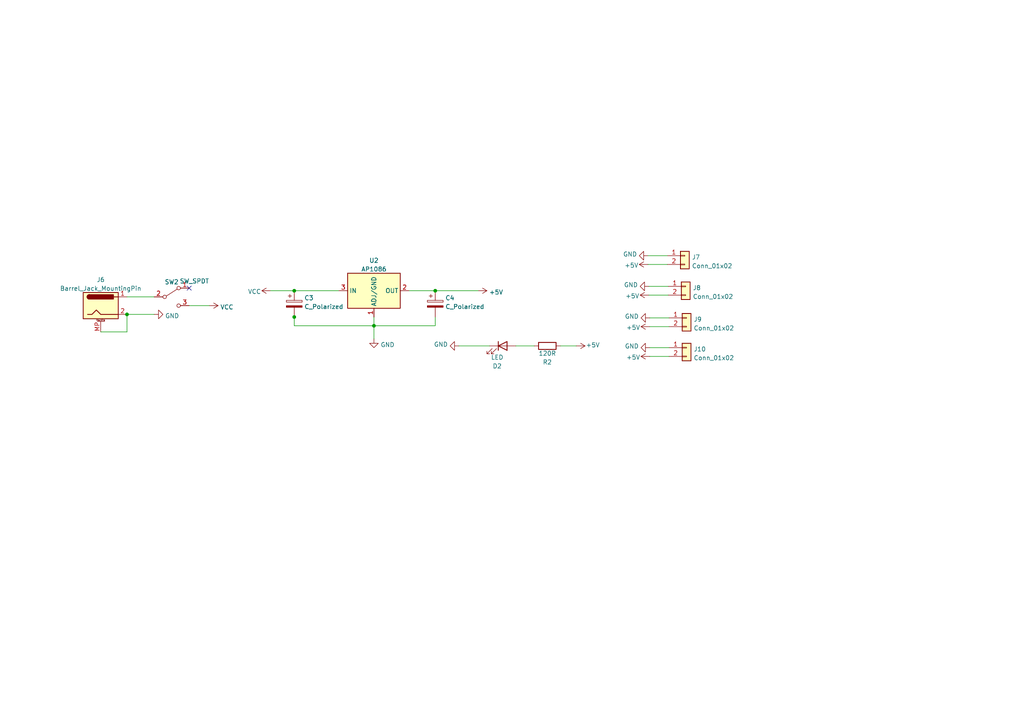
<source format=kicad_sch>
(kicad_sch (version 20211123) (generator eeschema)
  (paper "A4")
  (lib_symbols
    (symbol "Connector:Barrel_Jack_MountingPin" (pin_names hide)
      (property "Reference" "J" (at 0 5.334 0))
      (property "Value" "Barrel_Jack_MountingPin" (at 1.27 -6.35 0))
      (symbol "Barrel_Jack_MountingPin_0_1"
        (rectangle (start -5.08 3.81) (end 5.08 -3.81) (stroke (width 0.254)) (fill (type background)))
        (arc (start -3.302 3.175) (mid -3.937 2.54) (end -3.302 1.905) (stroke (width 0.254)))
        (arc (start -3.302 3.175) (mid -3.937 2.54) (end -3.302 1.905) (stroke (width 0.254)) (fill (type outline)))
        (polyline (pts (xy 5.08 2.54) (xy 3.81 2.54)) (stroke (width 0.254)))
        (polyline (pts (xy -3.81 -2.54) (xy -2.54 -2.54) (xy -1.27 -1.27) (xy 0 -2.54) (xy 2.54 -2.54) (xy 5.08 -2.54)) (stroke (width 0.254)))
        (rectangle (start 3.683 3.175) (end -3.302 1.905) (stroke (width 0.254)) (fill (type outline)))
      )
      (symbol "Barrel_Jack_MountingPin_1_1"
        (polyline (pts (xy -1.016 -4.572) (xy 1.016 -4.572)) (stroke (width 0.1524)))
        (text "Mounting" (at 0 -4.191 0) (effects (font (size 0.381 0.381))))
        (pin passive line (at 7.62 2.54 180) (length 2.54) (name "~") (number "1"))
        (pin passive line (at 7.62 -2.54 180) (length 2.54) (name "~") (number "2"))
        (pin passive line (at 0 -7.62 90) (length 3.048) (name "MountPin") (number "MP"))
      )
    )
    (symbol "Connector_Generic:Conn_01x02" (pin_names (offset 1.016) hide)
      (property "Reference" "J" (at 0 2.54 0))
      (property "Value" "Conn_01x02" (at 0 -5.08 0))
      (symbol "Conn_01x02_1_1"
        (rectangle (start -1.27 -2.413) (end 0 -2.667) (stroke (width 0.1524)))
        (rectangle (start -1.27 0.127) (end 0 -0.127) (stroke (width 0.1524)))
        (rectangle (start -1.27 1.27) (end 1.27 -3.81) (stroke (width 0.254)) (fill (type background)))
        (pin passive line (at -5.08 0 0) (length 3.81) (name "Pin_1") (number "1"))
        (pin passive line (at -5.08 -2.54 0) (length 3.81) (name "Pin_2") (number "2"))
      )
    )
    (symbol "Device:C_Polarized" (pin_numbers hide) (pin_names (offset 0.254))
      (property "Reference" "C" (at 0.635 2.54 0))
      (property "Value" "C_Polarized" (at 0.635 -2.54 0))
      (symbol "C_Polarized_0_1"
        (rectangle (start -2.286 0.508) (end 2.286 1.016))
        (polyline (pts (xy -1.778 2.286) (xy -0.762 2.286)))
        (polyline (pts (xy -1.27 2.794) (xy -1.27 1.778)))
        (rectangle (start 2.286 -0.508) (end -2.286 -1.016) (fill (type outline)))
      )
      (symbol "C_Polarized_1_1"
        (pin passive line (at 0 3.81 270) (length 2.794) (name "~") (number "1"))
        (pin passive line (at 0 -3.81 90) (length 2.794) (name "~") (number "2"))
      )
    )
    (symbol "Device:LED" (pin_numbers hide) (pin_names (offset 1.016) hide)
      (property "Reference" "D" (at 0 2.54 0))
      (property "Value" "LED" (at 0 -2.54 0))
      (symbol "LED_0_1"
        (polyline (pts (xy -1.27 -1.27) (xy -1.27 1.27)) (stroke (width 0.254)))
        (polyline (pts (xy -1.27 0) (xy 1.27 0)))
        (polyline (pts (xy 1.27 -1.27) (xy 1.27 1.27) (xy -1.27 0) (xy 1.27 -1.27)) (stroke (width 0.254)))
        (polyline (pts (xy -3.048 -0.762) (xy -4.572 -2.286) (xy -3.81 -2.286) (xy -4.572 -2.286) (xy -4.572 -1.524)))
        (polyline (pts (xy -1.778 -0.762) (xy -3.302 -2.286) (xy -2.54 -2.286) (xy -3.302 -2.286) (xy -3.302 -1.524)))
      )
      (symbol "LED_1_1"
        (pin passive line (at -3.81 0 0) (length 2.54) (name "K") (number "1"))
        (pin passive line (at 3.81 0 180) (length 2.54) (name "A") (number "2"))
      )
    )
    (symbol "Device:R" (pin_numbers hide) (pin_names (offset 0))
      (property "Reference" "R" (at 2.032 0 90))
      (property "Value" "R" (at 0 0 90))
      (symbol "R_0_1"
        (rectangle (start -1.016 -2.54) (end 1.016 2.54) (stroke (width 0.254)))
      )
      (symbol "R_1_1"
        (pin passive line (at 0 3.81 270) (length 1.27) (name "~") (number "1"))
        (pin passive line (at 0 -3.81 90) (length 1.27) (name "~") (number "2"))
      )
    )
    (symbol "Kitecraft_Voltage_Regulators:AP1086"
      (property "Reference" "U" (at 0 10.16 0))
      (property "Value" "AP1086" (at 0 7.62 0))
      (symbol "AP1086_1_1"
        (rectangle (start -7.62 -5.08) (end 7.62 5.08) (stroke (width 0.254)) (fill (type background)))
        (pin input line (at 0 -7.62 90) (length 2.54) (name "ADJ/GND") (number "1"))
        (pin power_out line (at 10.16 0 180) (length 2.54) (name "OUT") (number "2"))
        (pin power_in line (at -10.16 0 0) (length 2.54) (name "IN") (number "3"))
      )
    )
    (symbol "Switch:SW_SPDT" (pin_names (offset 0) hide)
      (property "Reference" "SW" (at 0 4.318 0))
      (property "Value" "SW_SPDT" (at 0 -5.08 0))
      (symbol "SW_SPDT_0_0"
        (circle (center -2.032 0) (radius 0.508))
        (circle (center 2.032 -2.54) (radius 0.508))
      )
      (symbol "SW_SPDT_0_1"
        (polyline (pts (xy -1.524 0.254) (xy 1.651 2.286)))
        (circle (center 2.032 2.54) (radius 0.508))
      )
      (symbol "SW_SPDT_1_1"
        (pin passive line (at 5.08 2.54 180) (length 2.54) (name "A") (number "1"))
        (pin passive line (at -5.08 0 0) (length 2.54) (name "B") (number "2"))
        (pin passive line (at 5.08 -2.54 180) (length 2.54) (name "C") (number "3"))
      )
    )
    (symbol "power:+5V" (power) (pin_names (offset 0))
      (property "Value" "+5V" (at 0 3.556 0))
      (symbol "+5V_0_1"
        (polyline (pts (xy -0.762 1.27) (xy 0 2.54)))
        (polyline (pts (xy 0 0) (xy 0 2.54)))
        (polyline (pts (xy 0 2.54) (xy 0.762 1.27)))
      )
      (symbol "+5V_1_1"
        (pin power_in line (at 0 0 90) (length 0) hide (name "+5V") (number "1"))
      )
    )
    (symbol "power:GND" (power) (pin_names (offset 0))
      (property "Value" "GND" (at 0 -3.81 0))
      (symbol "GND_0_1"
        (polyline (pts (xy 0 0) (xy 0 -1.27) (xy 1.27 -1.27) (xy 0 -2.54) (xy -1.27 -1.27) (xy 0 -1.27)))
      )
      (symbol "GND_1_1"
        (pin power_in line (at 0 0 270) (length 0) hide (name "GND") (number "1"))
      )
    )
    (symbol "power:VCC" (power) (pin_names (offset 0))
      (property "Value" "VCC" (at 0 3.81 0))
      (symbol "VCC_0_1"
        (polyline (pts (xy -0.762 1.27) (xy 0 2.54)))
        (polyline (pts (xy 0 0) (xy 0 2.54)))
        (polyline (pts (xy 0 2.54) (xy 0.762 1.27)))
      )
      (symbol "VCC_1_1"
        (pin power_in line (at 0 0 90) (length 0) hide (name "VCC") (number "1"))
      )
    )
  )
  (junction (at 108.458 94.488))
  (junction (at 36.83 91.186))
  (junction (at 85.344 91.948))
  (junction (at 126.238 84.328))
  (junction (at 85.344 84.328))
  (no_connect (at 54.864 83.566))
  (wire (pts (xy 118.618 84.328) (xy 126.238 84.328)))
  (wire (pts (xy 36.83 91.186) (xy 44.704 91.186)))
  (wire (pts (xy 29.21 96.266) (xy 36.83 96.266)))
  (wire (pts (xy 126.238 94.488) (xy 108.458 94.488)))
  (wire (pts (xy 141.986 100.33) (xy 133.096 100.33)))
  (wire (pts (xy 85.344 84.328) (xy 98.298 84.328)))
  (wire (pts (xy 187.96 76.708) (xy 193.548 76.708)))
  (wire (pts (xy 36.83 96.266) (xy 36.83 91.186)))
  (wire (pts (xy 167.132 100.33) (xy 162.56 100.33)))
  (wire (pts (xy 85.344 91.948) (xy 85.344 94.488)))
  (wire (pts (xy 54.864 88.646) (xy 60.706 88.646)))
  (wire (pts (xy 108.458 91.948) (xy 108.458 94.488)))
  (wire (pts (xy 85.344 91.694) (xy 85.344 91.948)))
  (wire (pts (xy 126.238 84.328) (xy 138.684 84.328)))
  (wire (pts (xy 188.214 85.598) (xy 193.802 85.598)))
  (wire (pts (xy 188.468 100.838) (xy 194.056 100.838)))
  (wire (pts (xy 188.468 94.742) (xy 194.056 94.742)))
  (wire (pts (xy 188.214 83.058) (xy 193.802 83.058)))
  (wire (pts (xy 108.458 94.488) (xy 108.458 98.298)))
  (wire (pts (xy 187.96 74.168) (xy 193.548 74.168)))
  (wire (pts (xy 188.468 103.378) (xy 194.056 103.378)))
  (wire (pts (xy 78.486 84.328) (xy 85.344 84.328)))
  (wire (pts (xy 126.238 91.948) (xy 126.238 94.488)))
  (wire (pts (xy 36.83 86.106) (xy 44.704 86.106)))
  (wire (pts (xy 154.94 100.33) (xy 149.606 100.33)))
  (wire (pts (xy 188.468 92.202) (xy 194.056 92.202)))
  (wire (pts (xy 85.344 94.488) (xy 108.458 94.488)))
  (symbol (lib_id "Connector_Generic:Conn_01x02") (at 198.628 74.168 0) (unit 1)
    (property "Reference" "J7" (at 200.66 74.6033 0) (effects (justify left)))
    (property "Value" "Conn_01x02" (at 200.66 77.1402 0) (effects (justify left)))
    (property "Footprint" "Connector_PinHeader_2.54mm:PinHeader_1x02_P2.54mm_Vertical" (effects hide))
  )
  (symbol (lib_id "Connector:Barrel_Jack_MountingPin") (at 29.21 88.646 0) (unit 1)
    (property "Reference" "J6" (at 29.21 81.1362 0))
    (property "Value" "Barrel_Jack_MountingPin" (at 29.21 83.6731 0))
    (property "Footprint" "Kitecraft_Terminal_Blocks:BarrelJack_CUI_PJ-102AH_Horizontal_3_Pin_Short" (effects hide))
  )
  (symbol (lib_id "Connector_Generic:Conn_01x02") (at 198.882 83.058 0) (unit 1)
    (property "Reference" "J8" (at 200.914 83.4933 0) (effects (justify left)))
    (property "Value" "Conn_01x02" (at 200.914 86.0302 0) (effects (justify left)))
    (property "Footprint" "Connector_PinHeader_2.54mm:PinHeader_1x02_P2.54mm_Vertical" (effects hide))
  )
  (symbol (lib_id "Switch:SW_SPDT") (at 49.784 86.106 0) (unit 1)
    (property "Reference" "SW2" (at 49.784 81.788 0))
    (property "Value" "SW_SPDT" (at 56.388 81.534 0))
    (property "Footprint" "Kitecraft_Switches:SPDT_Switch_3mm" (effects hide))
  )
  (symbol (lib_id "power:+5V") (at 187.96 76.708 90) (unit 1)
    (property "Reference" "#PWR0107" (effects hide))
    (property "Value" "+5V" (at 181.102 76.962 90) (effects (justify right)))
  )
  (symbol (lib_id "Device:C_Polarized") (at 126.238 88.138 0) (unit 1)
    (property "Reference" "C4" (at 129.159 86.4143 0) (effects (justify left)))
    (property "Value" "C_Polarized" (at 129.159 88.9512 0) (effects (justify left)))
    (property "Footprint" "Capacitor_SMD:C_0805_2012Metric" (effects hide))
  )
  (symbol (lib_id "power:+5V") (at 188.468 94.742 90) (unit 1)
    (property "Reference" "#PWR0112" (effects hide))
    (property "Value" "+5V" (at 181.61 94.996 90) (effects (justify right)))
  )
  (symbol (lib_id "power:GND") (at 188.468 92.202 270) (unit 1)
    (property "Reference" "#PWR0108" (effects hide))
    (property "Value" "GND" (at 185.293 91.7682 90) (effects (justify right)))
  )
  (symbol (lib_id "Device:LED") (at 145.796 100.33 0) (unit 1)
    (property "Reference" "D2" (at 144.2085 106.1888 0))
    (property "Value" "LED" (at 144.2085 103.6519 0))
    (property "Footprint" "LED_SMD:LED_1206_3216Metric" (effects hide))
  )
  (symbol (lib_id "power:GND") (at 188.468 100.838 270) (unit 1)
    (property "Reference" "#PWR0109" (effects hide))
    (property "Value" "GND" (at 185.293 100.4042 90) (effects (justify right)))
  )
  (symbol (lib_id "power:+5V") (at 167.132 100.33 270) (unit 1)
    (property "Reference" "#PWR0127" (effects hide))
    (property "Value" "+5V" (at 173.99 100.076 90) (effects (justify right)))
  )
  (symbol (lib_id "Device:R") (at 158.75 100.33 270) (unit 1)
    (property "Reference" "R2" (at 158.75 105.0458 90))
    (property "Value" "120R" (at 158.75 102.5089 90))
    (property "Footprint" "Resistor_SMD:R_1206_3216Metric" (effects hide))
  )
  (symbol (lib_id "power:+5V") (at 138.684 84.328 270) (unit 1)
    (property "Reference" "#PWR0118" (effects hide))
    (property "Value" "+5V" (at 141.859 84.7618 90) (effects (justify left)))
  )
  (symbol (lib_id "Connector_Generic:Conn_01x02") (at 199.136 100.838 0) (unit 1)
    (property "Reference" "J10" (at 201.168 101.2733 0) (effects (justify left)))
    (property "Value" "Conn_01x02" (at 201.168 103.8102 0) (effects (justify left)))
    (property "Footprint" "Connector_PinHeader_2.54mm:PinHeader_1x02_P2.54mm_Vertical" (effects hide))
  )
  (symbol (lib_id "power:VCC") (at 78.486 84.328 90) (unit 1)
    (property "Reference" "#PWR0102" (effects hide))
    (property "Value" "VCC" (at 71.882 84.582 90) (effects (justify right)))
  )
  (symbol (lib_id "Device:C_Polarized") (at 85.344 88.138 0) (unit 1)
    (property "Reference" "C3" (at 88.265 86.4143 0) (effects (justify left)))
    (property "Value" "C_Polarized" (at 88.265 88.9512 0) (effects (justify left)))
    (property "Footprint" "Capacitor_SMD:CP_Elec_6.3x5.9" (effects hide))
  )
  (symbol (lib_id "power:GND") (at 188.214 83.058 270) (unit 1)
    (property "Reference" "#PWR0106" (effects hide))
    (property "Value" "GND" (at 185.039 82.6242 90) (effects (justify right)))
  )
  (symbol (lib_id "power:GND") (at 44.704 91.186 90) (unit 1)
    (property "Reference" "#PWR0103" (effects hide))
    (property "Value" "GND" (at 47.879 91.6198 90) (effects (justify right)))
  )
  (symbol (lib_id "power:VCC") (at 60.706 88.646 270) (unit 1)
    (property "Reference" "#PWR0104" (effects hide))
    (property "Value" "VCC" (at 63.881 89.0798 90) (effects (justify left)))
  )
  (symbol (lib_id "power:GND") (at 187.96 74.168 270) (unit 1)
    (property "Reference" "#PWR0105" (effects hide))
    (property "Value" "GND" (at 184.785 73.7342 90) (effects (justify right)))
  )
  (symbol (lib_id "power:GND") (at 133.096 100.33 270) (unit 1)
    (property "Reference" "#PWR0115" (effects hide))
    (property "Value" "GND" (at 129.921 99.8962 90) (effects (justify right)))
  )
  (symbol (lib_id "power:GND") (at 108.458 98.298 0) (unit 1)
    (property "Reference" "#PWR0101" (effects hide))
    (property "Value" "GND" (at 110.363 100.0018 0) (effects (justify left)))
  )
  (symbol (lib_id "power:+5V") (at 188.468 103.378 90) (unit 1)
    (property "Reference" "#PWR0111" (effects hide))
    (property "Value" "+5V" (at 181.61 103.632 90) (effects (justify right)))
  )
  (symbol (lib_id "Connector_Generic:Conn_01x02") (at 199.136 92.202 0) (unit 1)
    (property "Reference" "J9" (at 201.168 92.6373 0) (effects (justify left)))
    (property "Value" "Conn_01x02" (at 201.168 95.1742 0) (effects (justify left)))
    (property "Footprint" "Connector_PinHeader_2.54mm:PinHeader_1x02_P2.54mm_Vertical" (effects hide))
  )
  (symbol (lib_id "power:+5V") (at 188.214 85.598 90) (unit 1)
    (property "Reference" "#PWR0110" (effects hide))
    (property "Value" "+5V" (at 181.356 85.852 90) (effects (justify right)))
  )
  (symbol (lib_id "Kitecraft_Voltage_Regulators:AP1086") (at 108.458 84.328 0) (unit 1)
    (property "Reference" "U2" (at 108.458 75.5482 0))
    (property "Value" "AP1086" (at 108.458 78.0851 0))
    (property "Footprint" "Package_TO_SOT_SMD:TO-263-2" (effects hide))
  )
)
</source>
